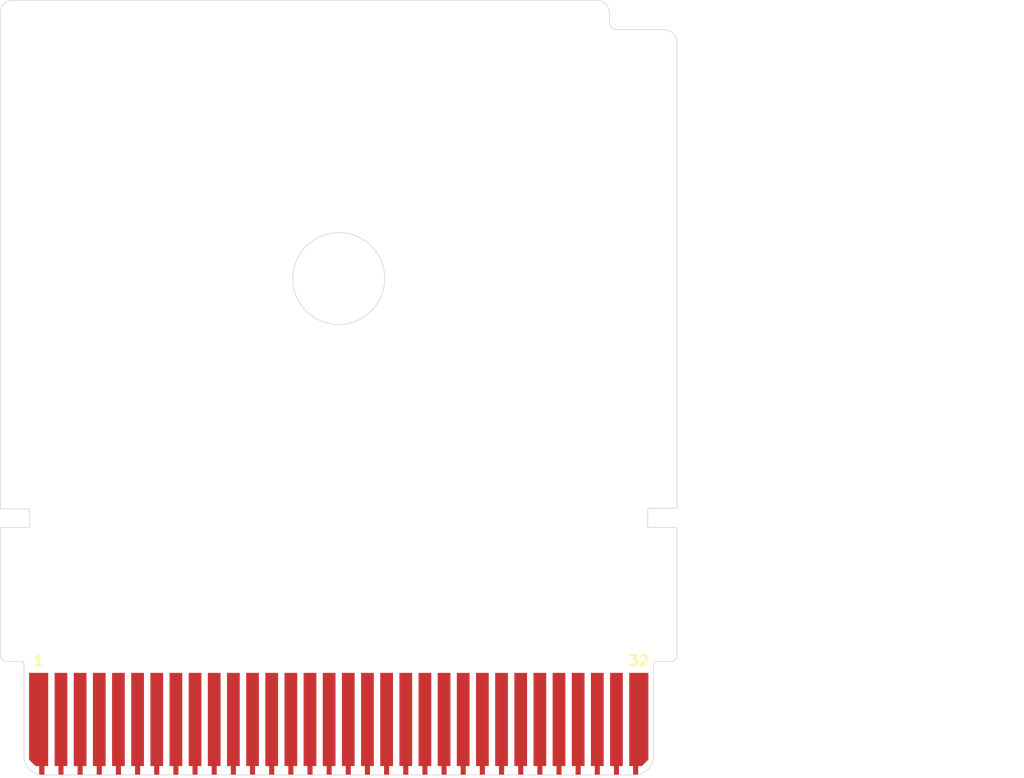
<source format=kicad_pcb>
(kicad_pcb (version 20211014) (generator pcbnew)
  (layers (0 "F.Cu" signal) (31 "B.Cu" signal) (34 "B.Paste" user) (35 "F.Paste" user) (36 "B.SilkS" user "B.Silkscreen") (37 "F.SilkS" user "F.Silkscreen") (38 "B.Mask" user) (39 "F.Mask" user) (44 "Edge.Cuts" user))
  (net 0 "")
  (net 1 "Net-(J1-Pad32)")
  (net 2 "Net-(J1-Pad1)")
  (net 3 "Net-(J1-Pad31)")
  (net 4 "Net-(J1-Pad30)")
  (net 5 "Net-(J1-Pad29)")
  (net 6 "Net-(J1-Pad28)")
  (net 7 "Net-(J1-Pad27)")
  (net 8 "Net-(J1-Pad26)")
  (net 9 "Net-(J1-Pad25)")
  (net 10 "Net-(J1-Pad24)")
  (net 11 "Net-(J1-Pad23)")
  (net 12 "Net-(J1-Pad22)")
  (net 13 "Net-(J1-Pad21)")
  (net 14 "Net-(J1-Pad20)")
  (net 15 "Net-(J1-Pad19)")
  (net 16 "Net-(J1-Pad18)")
  (net 17 "Net-(J1-Pad17)")
  (net 18 "Net-(J1-Pad16)")
  (net 19 "Net-(J1-Pad15)")
  (net 20 "Net-(J1-Pad14)")
  (net 21 "Net-(J1-Pad13)")
  (net 22 "Net-(J1-Pad12)")
  (net 23 "Net-(J1-Pad11)")
  (net 24 "Net-(J1-Pad10)")
  (net 25 "Net-(J1-Pad9)")
  (net 26 "Net-(J1-Pad8)")
  (net 27 "Net-(J1-Pad7)")
  (net 28 "Net-(J1-Pad6)")
  (net 29 "Net-(J1-Pad5)")
  (net 30 "Net-(J1-Pad4)")
  (net 31 "Net-(J1-Pad3)")
  (net 32 "Net-(J1-Pad2)")
  (footprint "Connector_GameBoy:GameBoy_GamePak_DMG-09_P1.50mm_Edge" (layer "F.Cu") (at 150 130.8)
    (fp_text reference "J1" hide)
    (fp_text value "GameBoy_GamePak_DMG-09" hide)
    (fp_text user "1" (at -23.5 -8.95) (layer "F.SilkS") (effects (font (size 0.8 0.8))))
    (fp_text user "32" (at 23.5 -8.95) (layer "F.SilkS") (effects (font (size 0.8 0.8))))
    (fp_poly (pts (xy -23.05 0) (xy -23.45 0) (xy -23.45 -0.7) (xy -23.05 -0.7)) (layer "F.Cu") (width 0) (fill solid))
    (pad "1" smd custom locked (at -23.5 -7.5) (size 1 1) (layers "F.Cu") (net 2 "Net-(J1-Pad1)") (options (clearance outline) (anchor rect)) (primitives (gr_poly (pts (xy -0.75 6.3) (xy -0.75 -0.5) (xy 0.75 -0.5) (xy 0.75 6.8) (xy 0.45 6.8) (xy 0.45 7.5) (xy 0.05 7.5) (xy 0.05 6.8) (xy -0.25 6.8)) (width 0) (fill yes))))
    (pad "2" smd custom locked (at -21.75 -7.5) (size 1 1) (layers "F.Cu") (net 32 "Net-(J1-Pad2)") (options (clearance outline) (anchor rect)) (primitives (gr_poly (pts (xy 0.5 6.8) (xy 0.2 6.8) (xy 0.2 7.5) (xy -0.2 7.5) (xy -0.2 6.8) (xy -0.5 6.8) (xy -0.5 0.5) (xy 0.5 0.5)) (width 0) (fill yes))))
    (pad "3" smd custom locked (at -20.25 -7.5) (size 1 1) (layers "F.Cu") (net 31 "Net-(J1-Pad3)") (options (clearance outline) (anchor rect)) (primitives (gr_poly (pts (xy 0.5 6.8) (xy 0.2 6.8) (xy 0.2 7.5) (xy -0.2 7.5) (xy -0.2 6.8) (xy -0.5 6.8) (xy -0.5 0.5) (xy 0.5 0.5)) (width 0) (fill yes))))
    (pad "4" smd custom locked (at -18.75 -7.5) (size 1 1) (layers "F.Cu") (net 30 "Net-(J1-Pad4)") (options (clearance outline) (anchor rect)) (primitives (gr_poly (pts (xy 0.5 6.8) (xy 0.2 6.8) (xy 0.2 7.5) (xy -0.2 7.5) (xy -0.2 6.8) (xy -0.5 6.8) (xy -0.5 0.5) (xy 0.5 0.5)) (width 0) (fill yes))))
    (pad "5" smd custom locked (at -17.25 -7.5) (size 1 1) (layers "F.Cu") (net 29 "Net-(J1-Pad5)") (options (clearance outline) (anchor rect)) (primitives (gr_poly (pts (xy 0.5 6.8) (xy 0.2 6.8) (xy 0.2 7.5) (xy -0.2 7.5) (xy -0.2 6.8) (xy -0.5 6.8) (xy -0.5 0.5) (xy 0.5 0.5)) (width 0) (fill yes))))
    (pad "6" smd custom locked (at -15.75 -7.5) (size 1 1) (layers "F.Cu") (net 28 "Net-(J1-Pad6)") (options (clearance outline) (anchor rect)) (primitives (gr_poly (pts (xy 0.5 6.8) (xy 0.2 6.8) (xy 0.2 7.5) (xy -0.2 7.5) (xy -0.2 6.8) (xy -0.5 6.8) (xy -0.5 0.5) (xy 0.5 0.5)) (width 0) (fill yes))))
    (pad "7" smd custom locked (at -14.25 -7.5) (size 1 1) (layers "F.Cu") (net 27 "Net-(J1-Pad7)") (options (clearance outline) (anchor rect)) (primitives (gr_poly (pts (xy 0.5 6.8) (xy 0.2 6.8) (xy 0.2 7.5) (xy -0.2 7.5) (xy -0.2 6.8) (xy -0.5 6.8) (xy -0.5 0.5) (xy 0.5 0.5)) (width 0) (fill yes))))
    (pad "8" smd custom locked (at -12.75 -7.5) (size 1 1) (layers "F.Cu") (net 26 "Net-(J1-Pad8)") (options (clearance outline) (anchor rect)) (primitives (gr_poly (pts (xy 0.5 6.8) (xy 0.2 6.8) (xy 0.2 7.5) (xy -0.2 7.5) (xy -0.2 6.8) (xy -0.5 6.8) (xy -0.5 0.5) (xy 0.5 0.5)) (width 0) (fill yes))))
    (pad "9" smd custom locked (at -11.25 -7.5) (size 1 1) (layers "F.Cu") (net 25 "Net-(J1-Pad9)") (options (clearance outline) (anchor rect)) (primitives (gr_poly (pts (xy 0.5 6.8) (xy 0.2 6.8) (xy 0.2 7.5) (xy -0.2 7.5) (xy -0.2 6.8) (xy -0.5 6.8) (xy -0.5 0.5) (xy 0.5 0.5)) (width 0) (fill yes))))
    (pad "10" smd custom locked (at -9.75 -7.5) (size 1 1) (layers "F.Cu") (net 24 "Net-(J1-Pad10)") (options (clearance outline) (anchor rect)) (primitives (gr_poly (pts (xy 0.5 6.8) (xy 0.2 6.8) (xy 0.2 7.5) (xy -0.2 7.5) (xy -0.2 6.8) (xy -0.5 6.8) (xy -0.5 0.5) (xy 0.5 0.5)) (width 0) (fill yes))))
    (pad "11" smd custom locked (at -8.25 -7.5) (size 1 1) (layers "F.Cu") (net 23 "Net-(J1-Pad11)") (options (clearance outline) (anchor rect)) (primitives (gr_poly (pts (xy 0.5 6.8) (xy 0.2 6.8) (xy 0.2 7.5) (xy -0.2 7.5) (xy -0.2 6.8) (xy -0.5 6.8) (xy -0.5 0.5) (xy 0.5 0.5)) (width 0) (fill yes))))
    (pad "12" smd custom locked (at -6.75 -7.5) (size 1 1) (layers "F.Cu") (net 22 "Net-(J1-Pad12)") (options (clearance outline) (anchor rect)) (primitives (gr_poly (pts (xy 0.5 6.8) (xy 0.2 6.8) (xy 0.2 7.5) (xy -0.2 7.5) (xy -0.2 6.8) (xy -0.5 6.8) (xy -0.5 0.5) (xy 0.5 0.5)) (width 0) (fill yes))))
    (pad "13" smd custom locked (at -5.25 -7.5) (size 1 1) (layers "F.Cu") (net 21 "Net-(J1-Pad13)") (options (clearance outline) (anchor rect)) (primitives (gr_poly (pts (xy 0.5 6.8) (xy 0.2 6.8) (xy 0.2 7.5) (xy -0.2 7.5) (xy -0.2 6.8) (xy -0.5 6.8) (xy -0.5 0.5) (xy 0.5 0.5)) (width 0) (fill yes))))
    (pad "14" smd custom locked (at -3.75 -7.5) (size 1 1) (layers "F.Cu") (net 20 "Net-(J1-Pad14)") (options (clearance outline) (anchor rect)) (primitives (gr_poly (pts (xy 0.5 6.8) (xy 0.2 6.8) (xy 0.2 7.5) (xy -0.2 7.5) (xy -0.2 6.8) (xy -0.5 6.8) (xy -0.5 0.5) (xy 0.5 0.5)) (width 0) (fill yes))))
    (pad "15" smd custom locked (at -2.25 -7.5) (size 1 1) (layers "F.Cu") (net 19 "Net-(J1-Pad15)") (options (clearance outline) (anchor rect)) (primitives (gr_poly (pts (xy 0.5 6.8) (xy 0.2 6.8) (xy 0.2 7.5) (xy -0.2 7.5) (xy -0.2 6.8) (xy -0.5 6.8) (xy -0.5 0.5) (xy 0.5 0.5)) (width 0) (fill yes))))
    (pad "16" smd custom locked (at -0.75 -7.5) (size 1 1) (layers "F.Cu") (net 18 "Net-(J1-Pad16)") (options (clearance outline) (anchor rect)) (primitives (gr_poly (pts (xy 0.5 6.8) (xy 0.2 6.8) (xy 0.2 7.5) (xy -0.2 7.5) (xy -0.2 6.8) (xy -0.5 6.8) (xy -0.5 0.5) (xy 0.5 0.5)) (width 0) (fill yes))))
    (pad "17" smd custom locked (at 0.75 -7.5) (size 1 1) (layers "F.Cu") (net 17 "Net-(J1-Pad17)") (options (clearance outline) (anchor rect)) (primitives (gr_poly (pts (xy 0.5 6.8) (xy 0.2 6.8) (xy 0.2 7.5) (xy -0.2 7.5) (xy -0.2 6.8) (xy -0.5 6.8) (xy -0.5 0.5) (xy 0.5 0.5)) (width 0) (fill yes))))
    (pad "18" smd custom locked (at 2.25 -7.5) (size 1 1) (layers "F.Cu") (net 16 "Net-(J1-Pad18)") (options (clearance outline) (anchor rect)) (primitives (gr_poly (pts (xy 0.5 6.8) (xy 0.2 6.8) (xy 0.2 7.5) (xy -0.2 7.5) (xy -0.2 6.8) (xy -0.5 6.8) (xy -0.5 0.5) (xy 0.5 0.5)) (width 0) (fill yes))))
    (pad "19" smd custom locked (at 3.75 -7.5) (size 1 1) (layers "F.Cu") (net 15 "Net-(J1-Pad19)") (options (clearance outline) (anchor rect)) (primitives (gr_poly (pts (xy 0.5 6.8) (xy 0.2 6.8) (xy 0.2 7.5) (xy -0.2 7.5) (xy -0.2 6.8) (xy -0.5 6.8) (xy -0.5 0.5) (xy 0.5 0.5)) (width 0) (fill yes))))
    (pad "20" smd custom locked (at 5.25 -7.5) (size 1 1) (layers "F.Cu") (net 14 "Net-(J1-Pad20)") (options (clearance outline) (anchor rect)) (primitives (gr_poly (pts (xy 0.5 6.8) (xy 0.2 6.8) (xy 0.2 7.5) (xy -0.2 7.5) (xy -0.2 6.8) (xy -0.5 6.8) (xy -0.5 0.5) (xy 0.5 0.5)) (width 0) (fill yes))))
    (pad "21" smd custom locked (at 6.75 -7.5) (size 1 1) (layers "F.Cu") (net 13 "Net-(J1-Pad21)") (options (clearance outline) (anchor rect)) (primitives (gr_poly (pts (xy 0.5 6.8) (xy 0.2 6.8) (xy 0.2 7.5) (xy -0.2 7.5) (xy -0.2 6.8) (xy -0.5 6.8) (xy -0.5 0.5) (xy 0.5 0.5)) (width 0) (fill yes))))
    (pad "22" smd custom locked (at 8.25 -7.5) (size 1 1) (layers "F.Cu") (net 12 "Net-(J1-Pad22)") (options (clearance outline) (anchor rect)) (primitives (gr_poly (pts (xy 0.5 6.8) (xy 0.2 6.8) (xy 0.2 7.5) (xy -0.2 7.5) (xy -0.2 6.8) (xy -0.5 6.8) (xy -0.5 0.5) (xy 0.5 0.5)) (width 0) (fill yes))))
    (pad "23" smd custom locked (at 9.75 -7.5) (size 1 1) (layers "F.Cu") (net 11 "Net-(J1-Pad23)") (options (clearance outline) (anchor rect)) (primitives (gr_poly (pts (xy 0.5 6.8) (xy 0.2 6.8) (xy 0.2 7.5) (xy -0.2 7.5) (xy -0.2 6.8) (xy -0.5 6.8) (xy -0.5 0.5) (xy 0.5 0.5)) (width 0) (fill yes))))
    (pad "24" smd custom locked (at 11.25 -7.5) (size 1 1) (layers "F.Cu") (net 10 "Net-(J1-Pad24)") (options (clearance outline) (anchor rect)) (primitives (gr_poly (pts (xy 0.5 6.8) (xy 0.2 6.8) (xy 0.2 7.5) (xy -0.2 7.5) (xy -0.2 6.8) (xy -0.5 6.8) (xy -0.5 0.5) (xy 0.5 0.5)) (width 0) (fill yes))))
    (pad "25" smd custom locked (at 12.75 -7.5) (size 1 1) (layers "F.Cu") (net 9 "Net-(J1-Pad25)") (options (clearance outline) (anchor rect)) (primitives (gr_poly (pts (xy 0.5 6.8) (xy 0.2 6.8) (xy 0.2 7.5) (xy -0.2 7.5) (xy -0.2 6.8) (xy -0.5 6.8) (xy -0.5 0.5) (xy 0.5 0.5)) (width 0) (fill yes))))
    (pad "26" smd custom locked (at 14.25 -7.5) (size 1 1) (layers "F.Cu") (net 8 "Net-(J1-Pad26)") (options (clearance outline) (anchor rect)) (primitives (gr_poly (pts (xy 0.5 6.8) (xy 0.2 6.8) (xy 0.2 7.5) (xy -0.2 7.5) (xy -0.2 6.8) (xy -0.5 6.8) (xy -0.5 0.5) (xy 0.5 0.5)) (width 0) (fill yes))))
    (pad "27" smd custom locked (at 15.75 -7.5) (size 1 1) (layers "F.Cu") (net 7 "Net-(J1-Pad27)") (options (clearance outline) (anchor rect)) (primitives (gr_poly (pts (xy 0.5 6.8) (xy 0.2 6.8) (xy 0.2 7.5) (xy -0.2 7.5) (xy -0.2 6.8) (xy -0.5 6.8) (xy -0.5 0.5) (xy 0.5 0.5)) (width 0) (fill yes))))
    (pad "28" smd custom locked (at 17.25 -7.5) (size 1 1) (layers "F.Cu") (net 6 "Net-(J1-Pad28)") (options (clearance outline) (anchor rect)) (primitives (gr_poly (pts (xy 0.5 6.8) (xy 0.2 6.8) (xy 0.2 7.5) (xy -0.2 7.5) (xy -0.2 6.8) (xy -0.5 6.8) (xy -0.5 0.5) (xy 0.5 0.5)) (width 0) (fill yes))))
    (pad "29" smd custom locked (at 18.75 -7.5) (size 1 1) (layers "F.Cu") (net 5 "Net-(J1-Pad29)") (options (clearance outline) (anchor rect)) (primitives (gr_poly (pts (xy 0.5 6.8) (xy 0.2 6.8) (xy 0.2 7.5) (xy -0.2 7.5) (xy -0.2 6.8) (xy -0.5 6.8) (xy -0.5 0.5) (xy 0.5 0.5)) (width 0) (fill yes))))
    (pad "30" smd custom locked (at 20.25 -7.5) (size 1 1) (layers "F.Cu") (net 4 "Net-(J1-Pad30)") (options (clearance outline) (anchor rect)) (primitives (gr_poly (pts (xy 0.5 6.8) (xy 0.2 6.8) (xy 0.2 7.5) (xy -0.2 7.5) (xy -0.2 6.8) (xy -0.5 6.8) (xy -0.5 0.5) (xy 0.5 0.5)) (width 0) (fill yes))))
    (pad "31" smd custom locked (at 21.75 -7.5) (size 1 1) (layers "F.Cu") (net 3 "Net-(J1-Pad31)") (options (clearance outline) (anchor rect)) (primitives (gr_poly (pts (xy 0.5 6.8) (xy 0.2 6.8) (xy 0.2 7.5) (xy -0.2 7.5) (xy -0.2 6.8) (xy -0.5 6.8) (xy -0.5 0.5) (xy 0.5 0.5)) (width 0) (fill yes))))
    (pad "32" smd custom locked (at 23.5 -7.5) (size 1 1) (layers "F.Cu") (net 1 "Net-(J1-Pad32)") (options (clearance outline) (anchor rect)) (primitives (gr_poly (pts (xy -0.75 6.8) (xy -0.75 -0.5) (xy 0.75 -0.5) (xy 0.75 6.3) (xy 0.25 6.8) (xy -0.05 6.8) (xy -0.05 7.5) (xy -0.45 7.5) (xy -0.45 6.8)) (width 0) (fill yes))))
  )
  (gr_arc (start 171.8 72.4) (mid 171.375736 72.224264) (end 171.2 71.8) (layer "Edge.Cuts") (width 0.05))
  (gr_arc (start 170.2 70.1) (mid 170.907107 70.392893) (end 171.2 71.1) (layer "Edge.Cuts") (width 0.05))
  (gr_line (start 171.8 72.4) (end 175.5 72.4) (layer "Edge.Cuts") (width 0.05))
  (gr_line (start 171.2 71.1) (end 171.2 71.8) (layer "Edge.Cuts") (width 0.05))
  (gr_line (start 174.65 129.3) (end 174.65 122.1) (layer "Edge.Cuts") (width 0.05))
  (gr_line (start 173.15 130.8) (end 126.85 130.8) (layer "Edge.Cuts") (width 0.05))
  (gr_line (start 124.5 70.1) (end 170.2 70.1) (layer "Edge.Cuts") (width 0.05))
  (gr_arc (start 174.65 122.1) (mid 174.708579 121.958579) (end 174.85 121.9) (layer "Edge.Cuts") (width 0.05))
  (gr_line (start 125.35 129.3) (end 125.35 122.1) (layer "Edge.Cuts") (width 0.05))
  (gr_arc (start 123.5 71.1) (mid 123.792893 70.392893) (end 124.5 70.1) (layer "Edge.Cuts") (width 0.05))
  (gr_arc (start 174.65 129.3) (mid 174.21066 130.36066) (end 173.15 130.8) (layer "Edge.Cuts") (width 0.05))
  (gr_arc (start 126.85 130.8) (mid 125.78934 130.36066) (end 125.35 129.3) (layer "Edge.Cuts") (width 0.05))
  (gr_circle (center 150 91.9) (end 150 95.5) (layer "Edge.Cuts") (width 0.05) (fill none))
  (gr_line (start 124 121.9) (end 125.15 121.9) (layer "Edge.Cuts") (width 0.05))
  (gr_line (start 123.5 111.4) (end 123.5 121.4) (layer "Edge.Cuts") (width 0.05))
  (gr_line (start 125.8 109.95) (end 123.5 109.95) (layer "Edge.Cuts") (width 0.05))
  (gr_line (start 125.8 111.4) (end 125.8 109.95) (layer "Edge.Cuts") (width 0.05))
  (gr_line (start 123.5 111.4) (end 125.8 111.4) (layer "Edge.Cuts") (width 0.05))
  (gr_arc (start 124 121.9) (mid 123.646447 121.753553) (end 123.5 121.4) (layer "Edge.Cuts") (width 0.05))
  (gr_arc (start 125.15 121.9) (mid 125.291421 121.958579) (end 125.35 122.1) (layer "Edge.Cuts") (width 0.05))
  (gr_line (start 174.85 121.9) (end 176 121.9) (layer "Edge.Cuts") (width 0.05))
  (gr_line (start 176.5 111.4) (end 176.5 121.4) (layer "Edge.Cuts") (width 0.05))
  (gr_line (start 174.2 109.9) (end 176.5 109.9) (layer "Edge.Cuts") (width 0.05))
  (gr_line (start 174.2 111.4) (end 174.2 109.9) (layer "Edge.Cuts") (width 0.05))
  (gr_line (start 176.5 111.4) (end 174.2 111.4) (layer "Edge.Cuts") (width 0.05))
  (gr_arc (start 176.5 121.4) (mid 176.353553 121.753553) (end 176 121.9) (layer "Edge.Cuts") (width 0.05))
  (gr_line (start 123.5 71.1) (end 123.5 109.95) (layer "Edge.Cuts") (width 0.05))
  (gr_line (start 176.5 73.4) (end 176.5 109.9) (layer "Edge.Cuts") (width 0.05))
  (gr_arc (start 175.5 72.4) (mid 176.207107 72.692893) (end 176.5 73.4) (layer "Edge.Cuts") (width 0.05))
)
</source>
